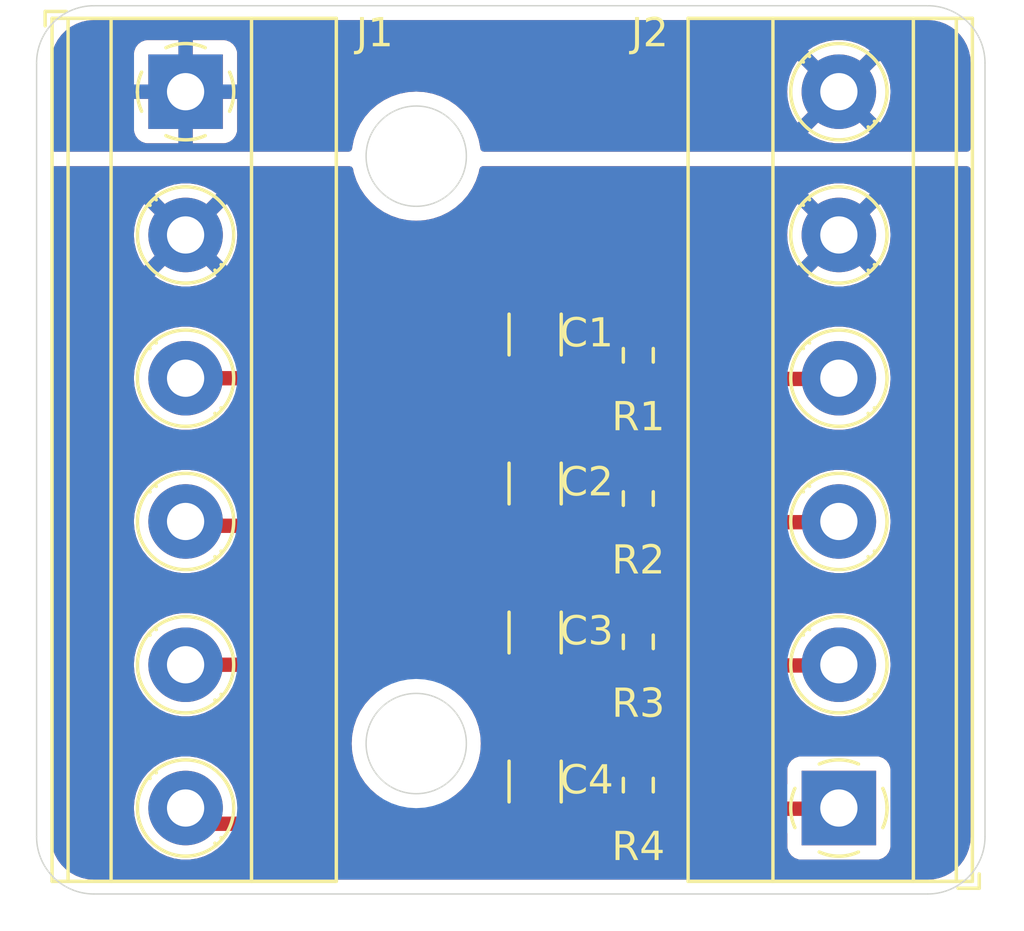
<source format=kicad_pcb>
(kicad_pcb (version 20240108) (generator "pcbnew") (generator_version "8.0")
  (layers (0 "F.Cu" signal) (31 "B.Cu" signal) (34 "B.Paste" user) (35 "F.Paste" user) (36 "B.SilkS" user "B.Silkscreen") (37 "F.SilkS" user "F.Silkscreen") (38 "B.Mask" user) (39 "F.Mask" user) (44 "Edge.Cuts" user))
  (net 0 "")
  (net 1 "Net-(J2-Pin_4)")
  (net 2 "Net-(J1-Pin_3)")
  (net 3 "Net-(J1-Pin_4)")
  (net 4 "Net-(J2-Pin_3)")
  (net 5 "Net-(J1-Pin_5)")
  (net 6 "Net-(J2-Pin_2)")
  (net 7 "Net-(J1-Pin_6)")
  (net 8 "Net-(J2-Pin_1)")
  (net 9 "+24V")
  (net 10 "GND")
  (footprint "Resistor_SMD:R_0603_1608Metric" (layer "F.Cu") (at 141 109.2 90)
    (property "Reference" "R4" (at -2.2 0 180) (layer "F.SilkS"))
    (property "Value" "100k 0.1W 1%")
    (fp_line (start -0.237258 -0.5225) (end 0.237258 -0.5225) (stroke (width 0.12)) (layer "F.SilkS"))
    (fp_line (start -0.237258 0.5225) (end 0.237258 0.5225) (stroke (width 0.12)) (layer "F.SilkS"))
    (pad "1" smd roundrect (at -0.825 0 90) (size 0.8 0.95) (layers "F.Cu" "F.Paste" "F.Mask") (net 8 "Net-(J2-Pin_1)"))
    (pad "2" smd roundrect (at 0.825 0 90) (size 0.8 0.95) (layers "F.Cu" "F.Paste" "F.Mask") (net 9 "+24V"))
  )
  (footprint "Resistor_SMD:R_0603_1608Metric" (layer "F.Cu") (at 141 94.2 90)
    (property "Reference" "R1" (at -2.2 0 180) (layer "F.SilkS"))
    (property "Value" "100k 0.1W 1%")
    (fp_line (start -0.237258 -0.5225) (end 0.237258 -0.5225) (stroke (width 0.12)) (layer "F.SilkS"))
    (fp_line (start -0.237258 0.5225) (end 0.237258 0.5225) (stroke (width 0.12)) (layer "F.SilkS"))
    (pad "1" smd roundrect (at -0.825 0 90) (size 0.8 0.95) (layers "F.Cu" "F.Paste" "F.Mask") (net 1 "Net-(J2-Pin_4)"))
    (pad "2" smd roundrect (at 0.825 0 90) (size 0.8 0.95) (layers "F.Cu" "F.Paste" "F.Mask") (net 9 "+24V"))
  )
  (footprint "Capacitor_SMD:C_1206_3216Metric" (layer "F.Cu") (at 137.4 93.475 90)
    (property "Reference" "C1" (at 0 1.8 180) (layer "F.SilkS"))
    (property "Value" "1uF 50V")
    (fp_line (start -0.711252 -0.91) (end 0.711252 -0.91) (stroke (width 0.12)) (layer "F.SilkS"))
    (fp_line (start -0.711252 0.91) (end 0.711252 0.91) (stroke (width 0.12)) (layer "F.SilkS"))
    (pad "1" smd roundrect (at -1.475 0 90) (size 1.15 1.8) (layers "F.Cu" "F.Paste" "F.Mask") (roundrect_rratio 0.217391) (net 2 "Net-(J1-Pin_3)"))
    (pad "2" smd roundrect (at 1.475 0 90) (size 1.15 1.8) (layers "F.Cu" "F.Paste" "F.Mask") (roundrect_rratio 0.217391) (net 1 "Net-(J2-Pin_4)"))
  )
  (footprint "Capacitor_SMD:C_1206_3216Metric" (layer "F.Cu") (at 137.4 103.875 90)
    (property "Reference" "C3" (at 0 1.8 180) (layer "F.SilkS"))
    (property "Value" "1uF 50V")
    (fp_line (start -0.711252 -0.91) (end 0.711252 -0.91) (stroke (width 0.12)) (layer "F.SilkS"))
    (fp_line (start -0.711252 0.91) (end 0.711252 0.91) (stroke (width 0.12)) (layer "F.SilkS"))
    (pad "1" smd roundrect (at -1.475 0 90) (size 1.15 1.8) (layers "F.Cu" "F.Paste" "F.Mask") (roundrect_rratio 0.217391) (net 5 "Net-(J1-Pin_5)"))
    (pad "2" smd roundrect (at 1.475 0 90) (size 1.15 1.8) (layers "F.Cu" "F.Paste" "F.Mask") (roundrect_rratio 0.217391) (net 6 "Net-(J2-Pin_2)"))
  )
  (footprint "Resistor_SMD:R_0603_1608Metric" (layer "F.Cu") (at 141 104.2 90)
    (property "Reference" "R3" (at -2.2 0 180) (layer "F.SilkS"))
    (property "Value" "100k 0.1W 1%")
    (fp_line (start -0.237258 -0.5225) (end 0.237258 -0.5225) (stroke (width 0.12)) (layer "F.SilkS"))
    (fp_line (start -0.237258 0.5225) (end 0.237258 0.5225) (stroke (width 0.12)) (layer "F.SilkS"))
    (pad "1" smd roundrect (at -0.825 0 90) (size 0.8 0.95) (layers "F.Cu" "F.Paste" "F.Mask") (net 6 "Net-(J2-Pin_2)"))
    (pad "2" smd roundrect (at 0.825 0 90) (size 0.8 0.95) (layers "F.Cu" "F.Paste" "F.Mask") (net 9 "+24V"))
  )
  (footprint "Capacitor_SMD:C_1206_3216Metric" (layer "F.Cu") (at 137.4 109.075 90)
    (property "Reference" "C4" (at 0 1.8 180) (layer "F.SilkS"))
    (property "Value" "1uF 50V")
    (fp_line (start -0.711252 -0.91) (end 0.711252 -0.91) (stroke (width 0.12)) (layer "F.SilkS"))
    (fp_line (start -0.711252 0.91) (end 0.711252 0.91) (stroke (width 0.12)) (layer "F.SilkS"))
    (pad "1" smd roundrect (at -1.475 0 90) (size 1.15 1.8) (layers "F.Cu" "F.Paste" "F.Mask") (roundrect_rratio 0.217391) (net 7 "Net-(J1-Pin_6)"))
    (pad "2" smd roundrect (at 1.475 0 90) (size 1.15 1.8) (layers "F.Cu" "F.Paste" "F.Mask") (roundrect_rratio 0.217391) (net 8 "Net-(J2-Pin_1)"))
  )
  (footprint "Capacitor_SMD:C_1206_3216Metric" (layer "F.Cu") (at 137.4 98.675 90)
    (property "Reference" "C2" (at 0 1.8 180) (layer "F.SilkS"))
    (property "Value" "1uF 50V")
    (fp_line (start -0.711252 -0.91) (end 0.711252 -0.91) (stroke (width 0.12)) (layer "F.SilkS"))
    (fp_line (start -0.711252 0.91) (end 0.711252 0.91) (stroke (width 0.12)) (layer "F.SilkS"))
    (pad "1" smd roundrect (at -1.475 0 90) (size 1.15 1.8) (layers "F.Cu" "F.Paste" "F.Mask") (roundrect_rratio 0.217391) (net 3 "Net-(J1-Pin_4)"))
    (pad "2" smd roundrect (at 1.475 0 90) (size 1.15 1.8) (layers "F.Cu" "F.Paste" "F.Mask") (roundrect_rratio 0.217391) (net 4 "Net-(J2-Pin_3)"))
  )
  (footprint "Resistor_SMD:R_0603_1608Metric" (layer "F.Cu") (at 141 99.2 90)
    (property "Reference" "R2" (at -2.2 0 180) (layer "F.SilkS"))
    (property "Value" "100k 0.1W 1%")
    (fp_line (start -0.237258 -0.5225) (end 0.237258 -0.5225) (stroke (width 0.12)) (layer "F.SilkS"))
    (fp_line (start -0.237258 0.5225) (end 0.237258 0.5225) (stroke (width 0.12)) (layer "F.SilkS"))
    (pad "1" smd roundrect (at -0.825 0 90) (size 0.8 0.95) (layers "F.Cu" "F.Paste" "F.Mask") (net 4 "Net-(J2-Pin_3)"))
    (pad "2" smd roundrect (at 0.825 0 90) (size 0.8 0.95) (layers "F.Cu" "F.Paste" "F.Mask") (net 9 "+24V"))
  )
  (footprint "TerminalBlock_Phoenix:TerminalBlock_Phoenix_MKDS-1,5-6_1x06_P5.00mm_Horizontal" (layer "F.Cu") (at 125.2 85 -90)
    (property "Reference" "J1" (at -2 -6.6 180) (layer "F.SilkS"))
    (property "Value" "Screw_Terminal_01x06")
    (fp_line (start -2.8 4.9) (end -2.3 4.9) (stroke (width 0.12)) (layer "F.SilkS"))
    (fp_line (start -2.56 4.66) (end 27.56 4.66) (stroke (width 0.12)) (layer "F.SilkS"))
    (fp_line (start -2.8 4.16) (end -2.8 4.9) (stroke (width 0.12)) (layer "F.SilkS"))
    (fp_line (start -2.56 4.1) (end 27.56 4.1) (stroke (width 0.12)) (layer "F.SilkS"))
    (fp_line (start -2.56 2.6) (end 27.56 2.6) (stroke (width 0.12)) (layer "F.SilkS"))
    (fp_line (start 3.966 1.239) (end 3.931 1.274) (stroke (width 0.12)) (layer "F.SilkS"))
    (fp_line (start 8.966 1.239) (end 8.931 1.274) (stroke (width 0.12)) (layer "F.SilkS"))
    (fp_line (start 13.966 1.239) (end 13.931 1.274) (stroke (width 0.12)) (layer "F.SilkS"))
    (fp_line (start 18.966 1.239) (end 18.931 1.274) (stroke (width 0.12)) (layer "F.SilkS"))
    (fp_line (start 23.966 1.239) (end 23.931 1.274) (stroke (width 0.12)) (layer "F.SilkS"))
    (fp_line (start 3.773 1.023) (end 3.726 1.069) (stroke (width 0.12)) (layer "F.SilkS"))
    (fp_line (start 8.773 1.023) (end 8.726 1.069) (stroke (width 0.12)) (layer "F.SilkS"))
    (fp_line (start 13.773 1.023) (end 13.726 1.069) (stroke (width 0.12)) (layer "F.SilkS"))
    (fp_line (start 18.773 1.023) (end 18.726 1.069) (stroke (width 0.12)) (layer "F.SilkS"))
    (fp_line (start 23.773 1.023) (end 23.726 1.069) (stroke (width 0.12)) (layer "F.SilkS"))
    (fp_line (start 6.275 -1.069) (end 6.228 -1.023) (stroke (width 0.12)) (layer "F.SilkS"))
    (fp_line (start 11.275 -1.069) (end 11.228 -1.023) (stroke (width 0.12)) (layer "F.SilkS"))
    (fp_line (start 16.275 -1.069) (end 16.228 -1.023) (stroke (width 0.12)) (layer "F.SilkS"))
    (fp_line (start 21.275 -1.069) (end 21.228 -1.023) (stroke (width 0.12)) (layer "F.SilkS"))
    (fp_line (start 26.275 -1.069) (end 26.228 -1.023) (stroke (width 0.12)) (layer "F.SilkS"))
    (fp_line (start 6.07 -1.275) (end 6.035 -1.239) (stroke (width 0.12)) (layer "F.SilkS"))
    (fp_line (start 11.07 -1.275) (end 11.035 -1.239) (stroke (width 0.12)) (layer "F.SilkS"))
    (fp_line (start 16.07 -1.275) (end 16.035 -1.239) (stroke (width 0.12)) (layer "F.SilkS"))
    (fp_line (start 21.07 -1.275) (end 21.035 -1.239) (stroke (width 0.12)) (layer "F.SilkS"))
    (fp_line (start 26.07 -1.275) (end 26.035 -1.239) (stroke (width 0.12)) (layer "F.SilkS"))
    (fp_line (start -2.56 -2.301) (end 27.56 -2.301) (stroke (width 0.12)) (layer "F.SilkS"))
    (fp_line (start -2.56 -5.261) (end -2.56 4.66) (stroke (width 0.12)) (layer "F.SilkS"))
    (fp_line (start -2.56 -5.261) (end 27.56 -5.261) (stroke (width 0.12)) (layer "F.SilkS"))
    (fp_line (start 27.56 -5.261) (end 27.56 4.66) (stroke (width 0.12)) (layer "F.SilkS"))
    (fp_arc (start 0.028805 1.680253) (mid -0.335551 1.646659) (end -0.684 1.535) (stroke (width 0.12)) (layer "F.SilkS"))
    (fp_arc (start 0.683318 1.534756) (mid 0.349292 1.643288) (end 0 1.68) (stroke (width 0.12)) (layer "F.SilkS"))
    (fp_arc (start -1.535427 0.683042) (mid -1.680501 -0.000524) (end -1.535 -0.684) (stroke (width 0.12)) (layer "F.SilkS"))
    (fp_arc (start 1.535427 -0.683042) (mid 1.680501 0.000524) (end 1.535 0.684) (stroke (width 0.12)) (layer "F.SilkS"))
    (fp_arc (start -0.683042 -1.535427) (mid 0.000524 -1.680501) (end 0.684 -1.535) (stroke (width 0.12)) (layer "F.SilkS"))
    (fp_circle (center 5 0) (end 6.68 0) (stroke (width 0.12)) (fill none) (layer "F.SilkS"))
    (fp_circle (center 10 0) (end 11.68 0) (stroke (width 0.12)) (fill none) (layer "F.SilkS"))
    (fp_circle (center 15 0) (end 16.68 0) (stroke (width 0.12)) (fill none) (layer "F.SilkS"))
    (fp_circle (center 20 0) (end 21.68 0) (stroke (width 0.12)) (fill none) (layer "F.SilkS"))
    (fp_circle (center 25 0) (end 26.68 0) (stroke (width 0.12)) (fill none) (layer "F.SilkS"))
    (pad "1" thru_hole rect (at 0 0 270) (size 2.6 2.6) (drill 1.3) (layers "*.Cu" "*.Mask") (net 10 "GND"))
    (pad "2" thru_hole circle (at 5 0 270) (size 2.6 2.6) (drill 1.3) (layers "*.Cu" "*.Mask") (net 9 "+24V"))
    (pad "3" thru_hole circle (at 10 0 270) (size 2.6 2.6) (drill 1.3) (layers "*.Cu" "*.Mask") (net 2 "Net-(J1-Pin_3)"))
    (pad "4" thru_hole circle (at 15 0 270) (size 2.6 2.6) (drill 1.3) (layers "*.Cu" "*.Mask") (net 3 "Net-(J1-Pin_4)"))
    (pad "5" thru_hole circle (at 20 0 270) (size 2.6 2.6) (drill 1.3) (layers "*.Cu" "*.Mask") (net 5 "Net-(J1-Pin_5)"))
    (pad "6" thru_hole circle (at 25 0 270) (size 2.6 2.6) (drill 1.3) (layers "*.Cu" "*.Mask") (net 7 "Net-(J1-Pin_6)"))
  )
  (footprint "TerminalBlock_Phoenix:TerminalBlock_Phoenix_MKDS-1,5-6_1x06_P5.00mm_Horizontal" (layer "F.Cu") (at 148 110 90)
    (property "Reference" "J2" (at 27 -6.6 180) (layer "F.SilkS"))
    (property "Value" "Screw_Terminal_01x06")
    (fp_line (start 27.56 -5.261) (end 27.56 4.66) (stroke (width 0.12)) (layer "F.SilkS"))
    (fp_line (start -2.56 -5.261) (end 27.56 -5.261) (stroke (width 0.12)) (layer "F.SilkS"))
    (fp_line (start -2.56 -5.261) (end -2.56 4.66) (stroke (width 0.12)) (layer "F.SilkS"))
    (fp_line (start -2.56 -2.301) (end 27.56 -2.301) (stroke (width 0.12)) (layer "F.SilkS"))
    (fp_line (start 26.07 -1.275) (end 26.035 -1.239) (stroke (width 0.12)) (layer "F.SilkS"))
    (fp_line (start 21.07 -1.275) (end 21.035 -1.239) (stroke (width 0.12)) (layer "F.SilkS"))
    (fp_line (start 16.07 -1.275) (end 16.035 -1.239) (stroke (width 0.12)) (layer "F.SilkS"))
    (fp_line (start 11.07 -1.275) (end 11.035 -1.239) (stroke (width 0.12)) (layer "F.SilkS"))
    (fp_line (start 6.07 -1.275) (end 6.035 -1.239) (stroke (width 0.12)) (layer "F.SilkS"))
    (fp_line (start 26.275 -1.069) (end 26.228 -1.023) (stroke (width 0.12)) (layer "F.SilkS"))
    (fp_line (start 21.275 -1.069) (end 21.228 -1.023) (stroke (width 0.12)) (layer "F.SilkS"))
    (fp_line (start 16.275 -1.069) (end 16.228 -1.023) (stroke (width 0.12)) (layer "F.SilkS"))
    (fp_line (start 11.275 -1.069) (end 11.228 -1.023) (stroke (width 0.12)) (layer "F.SilkS"))
    (fp_line (start 6.275 -1.069) (end 6.228 -1.023) (stroke (width 0.12)) (layer "F.SilkS"))
    (fp_line (start 23.773 1.023) (end 23.726 1.069) (stroke (width 0.12)) (layer "F.SilkS"))
    (fp_line (start 18.773 1.023) (end 18.726 1.069) (stroke (width 0.12)) (layer "F.SilkS"))
    (fp_line (start 13.773 1.023) (end 13.726 1.069) (stroke (width 0.12)) (layer "F.SilkS"))
    (fp_line (start 8.773 1.023) (end 8.726 1.069) (stroke (width 0.12)) (layer "F.SilkS"))
    (fp_line (start 3.773 1.023) (end 3.726 1.069) (stroke (width 0.12)) (layer "F.SilkS"))
    (fp_line (start 23.966 1.239) (end 23.931 1.274) (stroke (width 0.12)) (layer "F.SilkS"))
    (fp_line (start 18.966 1.239) (end 18.931 1.274) (stroke (width 0.12)) (layer "F.SilkS"))
    (fp_line (start 13.966 1.239) (end 13.931 1.274) (stroke (width 0.12)) (layer "F.SilkS"))
    (fp_line (start 8.966 1.239) (end 8.931 1.274) (stroke (width 0.12)) (layer "F.SilkS"))
    (fp_line (start 3.966 1.239) (end 3.931 1.274) (stroke (width 0.12)) (layer "F.SilkS"))
    (fp_line (start -2.56 2.6) (end 27.56 2.6) (stroke (width 0.12)) (layer "F.SilkS"))
    (fp_line (start -2.56 4.1) (end 27.56 4.1) (stroke (width 0.12)) (layer "F.SilkS"))
    (fp_line (start -2.8 4.16) (end -2.8 4.9) (stroke (width 0.12)) (layer "F.SilkS"))
    (fp_line (start -2.56 4.66) (end 27.56 4.66) (stroke (width 0.12)) (layer "F.SilkS"))
    (fp_line (start -2.8 4.9) (end -2.3 4.9) (stroke (width 0.12)) (layer "F.SilkS"))
    (fp_arc (start -0.683042 -1.535427) (mid 0.000524 -1.680501) (end 0.684 -1.535) (stroke (width 0.12)) (layer "F.SilkS"))
    (fp_arc (start 1.535427 -0.683042) (mid 1.680501 0.000524) (end 1.535 0.684) (stroke (width 0.12)) (layer "F.SilkS"))
    (fp_arc (start -1.535427 0.683042) (mid -1.680501 -0.000524) (end -1.535 -0.684) (stroke (width 0.12)) (layer "F.SilkS"))
    (fp_arc (start 0.683318 1.534756) (mid 0.349292 1.643288) (end 0 1.68) (stroke (width 0.12)) (layer "F.SilkS"))
    (fp_arc (start 0.028805 1.680253) (mid -0.335551 1.646659) (end -0.684 1.535) (stroke (width 0.12)) (layer "F.SilkS"))
    (fp_circle (center 25 0) (end 26.68 0) (stroke (width 0.12)) (fill none) (layer "F.SilkS"))
    (fp_circle (center 20 0) (end 21.68 0) (stroke (width 0.12)) (fill none) (layer "F.SilkS"))
    (fp_circle (center 15 0) (end 16.68 0) (stroke (width 0.12)) (fill none) (layer "F.SilkS"))
    (fp_circle (center 10 0) (end 11.68 0) (stroke (width 0.12)) (fill none) (layer "F.SilkS"))
    (fp_circle (center 5 0) (end 6.68 0) (stroke (width 0.12)) (fill none) (layer "F.SilkS"))
    (pad "1" thru_hole rect (at 0 0 90) (size 2.6 2.6) (drill 1.3) (layers "*.Cu" "*.Mask") (net 8 "Net-(J2-Pin_1)"))
    (pad "2" thru_hole circle (at 5 0 90) (size 2.6 2.6) (drill 1.3) (layers "*.Cu" "*.Mask") (net 6 "Net-(J2-Pin_2)"))
    (pad "3" thru_hole circle (at 10 0 90) (size 2.6 2.6) (drill 1.3) (layers "*.Cu" "*.Mask") (net 4 "Net-(J2-Pin_3)"))
    (pad "4" thru_hole circle (at 15 0 90) (size 2.6 2.6) (drill 1.3) (layers "*.Cu" "*.Mask") (net 1 "Net-(J2-Pin_4)"))
    (pad "5" thru_hole circle (at 20 0 90) (size 2.6 2.6) (drill 1.3) (layers "*.Cu" "*.Mask") (net 9 "+24V"))
    (pad "6" thru_hole circle (at 25 0 90) (size 2.6 2.6) (drill 1.3) (layers "*.Cu" "*.Mask") (net 10 "GND"))
  )
  (gr_arc (start 122 113) (mid 120.585786 112.414214) (end 120 111) (stroke (width 0.05)) (layer "Edge.Cuts"))
  (gr_arc (start 153.1 111) (mid 152.514214 112.414214) (end 151.1 113) (stroke (width 0.05)) (layer "Edge.Cuts"))
  (gr_arc (start 151.1 82) (mid 152.514214 82.585786) (end 153.1 84) (stroke (width 0.05)) (layer "Edge.Cuts"))
  (gr_line (start 120 111) (end 120 84) (stroke (width 0.05)) (layer "Edge.Cuts"))
  (gr_line (start 122 82) (end 151.1 82) (stroke (width 0.05)) (layer "Edge.Cuts"))
  (gr_arc (start 120 84) (mid 120.585786 82.585786) (end 122 82) (stroke (width 0.05)) (layer "Edge.Cuts"))
  (gr_circle (center 133.25 87.25) (end 135 87.25) (stroke (width 0.05)) (fill none) (layer "Edge.Cuts"))
  (gr_circle (center 133.25 107.75) (end 135 107.75) (stroke (width 0.05)) (fill none) (layer "Edge.Cuts"))
  (gr_line (start 153.1 84) (end 153.1 111) (stroke (width 0.05)) (layer "Edge.Cuts"))
  (gr_line (start 151.1 113) (end 122 113) (stroke (width 0.05)) (layer "Edge.Cuts"))
  (segment (start 137.975 92) (end 141 95.025) (width 0.5) (layer "F.Cu") (net 1))
  (segment (start 147.975 95.025) (end 148 95) (width 0.5) (layer "F.Cu") (net 1))
  (segment (start 137.4 92) (end 137.975 92) (width 0.5) (layer "F.Cu") (net 1))
  (segment (start 141 95.025) (end 147.975 95.025) (width 0.5) (layer "F.Cu") (net 1))
  (segment (start 125.2 95) (end 137.35 95) (width 0.5) (layer "F.Cu") (net 2))
  (segment (start 137.35 95) (end 137.4 94.95) (width 0.5) (layer "F.Cu") (net 2))
  (segment (start 125.2 100) (end 125.8 100) (width 0.5) (layer "F.Cu") (net 3))
  (segment (start 125.8 100) (end 125.95 100.15) (width 0.5) (layer "F.Cu") (net 3))
  (segment (start 125.95 100.15) (end 137.4 100.15) (width 0.5) (layer "F.Cu") (net 3))
  (segment (start 141 100.025) (end 147.975 100.025) (width 0.5) (layer "F.Cu") (net 4))
  (segment (start 137.4 97.2) (end 138.175 97.2) (width 0.5) (layer "F.Cu") (net 4))
  (segment (start 138.175 97.2) (end 141 100.025) (width 0.5) (layer "F.Cu") (net 4))
  (segment (start 147.975 100.025) (end 148 100) (width 0.5) (layer "F.Cu") (net 4))
  (segment (start 125.2 105) (end 137.05 105) (width 0.5) (layer "F.Cu") (net 5))
  (segment (start 137.05 105) (end 137.4 105.35) (width 0.5) (layer "F.Cu") (net 5))
  (segment (start 137.4 102.4) (end 138.375 102.4) (width 0.5) (layer "F.Cu") (net 6))
  (segment (start 141 105.025) (end 147.975 105.025) (width 0.5) (layer "F.Cu") (net 6))
  (segment (start 147.975 105.025) (end 148 105) (width 0.5) (layer "F.Cu") (net 6))
  (segment (start 138.375 102.4) (end 141 105.025) (width 0.5) (layer "F.Cu") (net 6))
  (segment (start 125.95 110.55) (end 137.4 110.55) (width 0.5) (layer "F.Cu") (net 7))
  (segment (start 125.4 110) (end 125.95 110.55) (width 0.5) (layer "F.Cu") (net 7))
  (segment (start 125.2 110) (end 125.4 110) (width 0.5) (layer "F.Cu") (net 7))
  (segment (start 138.575 107.6) (end 141 110.025) (width 0.5) (layer "F.Cu") (net 8))
  (segment (start 147.975 110.025) (end 148 110) (width 0.5) (layer "F.Cu") (net 8))
  (segment (start 141 110.025) (end 147.975 110.025) (width 0.5) (layer "F.Cu") (net 8))
  (segment (start 137.4 107.6) (end 138.575 107.6) (width 0.5) (layer "F.Cu") (net 8))
  (zone (net 9) (net_name "+24V") (layers "F&B.Cu") (priority 1) (connect_pads (clearance 0.5)) (min_thickness 0.25) (fill yes (thermal_gap 0.5) (thermal_bridge_width 0.5))
    (polygon (pts (xy 119.8 87.6) (xy 153.2 87.6) (xy 153.2 113.2) (xy 119.8 113.2)))
  )
  (zone (net 10) (net_name "GND") (layers "F&B.Cu") (connect_pads (clearance 0.5)) (min_thickness 0.25) (fill yes (thermal_gap 0.5) (thermal_bridge_width 0.5))
    (polygon (pts (xy 119.8 81.8) (xy 153.2 81.8) (xy 153.2 87.6) (xy 119.8 87.6)))
  )
)
</source>
